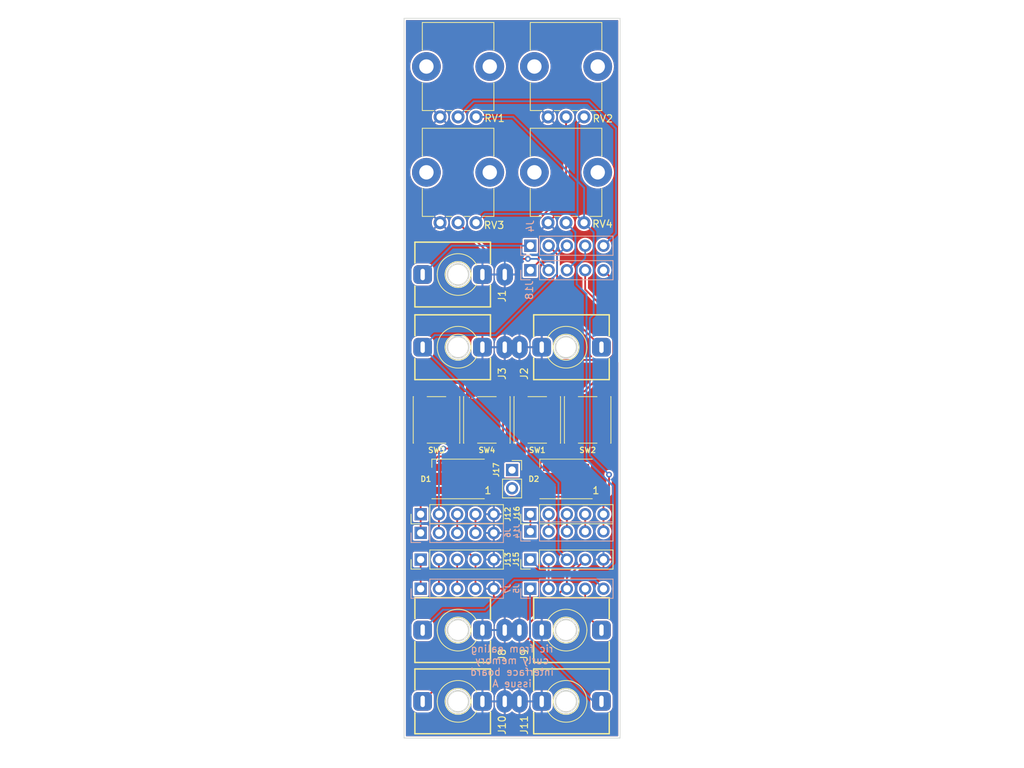
<source format=kicad_pcb>
(kicad_pcb (version 20211014) (generator pcbnew)
  (layers (0 "F.Cu" signal) (31 "B.Cu" signal) (34 "B.Paste" user) (35 "F.Paste" user) (36 "B.SilkS" user "B.Silkscreen") (37 "F.SilkS" user "F.Silkscreen") (38 "B.Mask" user) (39 "F.Mask" user) (44 "Edge.Cuts" user))
  (net 0 "")
  (net 1 "/RST")
  (net 2 "GND")
  (net 3 "+5V")
  (net 4 "+3V3")
  (net 5 "/RES0_W1")
  (net 6 "Net-(D1-Pad2)")
  (net 8 "/DryWet")
  (net 9 "/OUT_3")
  (net 10 "/OUT_2")
  (net 11 "/OUT_1")
  (net 12 "/RES0_B1")
  (net 13 "/IO17")
  (net 14 "/IO21")
  (net 15 "/IO22")
  (net 18 "/LEDS")
  (net 19 "/IN_0")
  (net 20 "/IN_1")
  (net 21 "/IN_2")
  (net 22 "/IN_3")
  (net 23 "/BOOT")
  (net 24 "/PROG_TX")
  (net 25 "/PROG_RX")
  (net 26 "/RES0_A1")
  (net 27 "/OUT_0")
  (net 28 "/SW_0")
  (net 29 "/SW_1")
  (net 30 "/RES_0")
  (net 31 "/RES_1")
  (net 32 "/RES_2")
  (net 33 "/RES_3")
  (footprint "AudioJacks:Jack_3.5mm_QingPu_WQP-PJ398SM_Vertical" (layer "F.Cu") (at 7.5 85 90)
    (fp_text reference "J8" (at -3.4682 6.1144 90) (layer "F.SilkS"))
    (fp_text value "AudioJack2")
    (fp_line (start -4.5 4.5) (end -4.5 -6) (layer "F.SilkS") (width 0.2))
    (fp_line (start -4.5 -6) (end -1.6 -6) (layer "F.SilkS") (width 0.2))
    (fp_line (start 4.5 4.5) (end 4.5 -6) (layer "F.SilkS") (width 0.2))
    (fp_line (start -4.5 4.5) (end -1.5 4.5) (layer "F.SilkS") (width 0.2))
    (fp_line (start 1.6 -6) (end 4.5 -6) (layer "F.SilkS") (width 0.2))
    (fp_line (start 1.5 4.5) (end 4.5 4.5) (layer "F.SilkS") (width 0.2))
    (fp_arc (start -1.296263 2.588577) (mid -2.817353 -0.665994) (end 0 -2.895) (layer "F.SilkS") (width 0.12))
    (fp_arc (start 0 -2.895) (mid 2.817353 -0.665994) (end 1.296263 2.588577) (layer "F.SilkS") (width 0.12))
    (fp_circle (center 0 0) (end -1.8 0) (layer "F.SilkS") (width 0.12) (fill none))
    (pad "S" thru_hole oval locked (at 0 6.48 90) (size 3.1 2.3) (drill oval 1.6 0.6) (layers *.Cu *.Mask) (net 2 "GND"))
    (pad "T" thru_hole roundrect locked (at 0 -4.92 90) (size 2.6 2.6) (drill oval 1.6 0.6) (layers *.Cu *.Mask) (net 27 "/OUT_0"))
    (pad "TN" thru_hole roundrect locked (at 0 3.38 90) (size 2.6 2.6) (drill oval 1.6 0.6) (layers *.Cu *.Mask) (net 2 "GND"))
  )
  (footprint "AudioJacks:Jack_3.5mm_QingPu_WQP-PJ398SM_Vertical" (layer "F.Cu") (at 7.5 94.9 90)
    (fp_text reference "J10" (at -3.2964 6.1144 90) (layer "F.SilkS"))
    (fp_text value "AudioJack2")
    (fp_line (start -4.5 4.5) (end -1.5 4.5) (layer "F.SilkS") (width 0.2))
    (fp_line (start 1.6 -6) (end 4.5 -6) (layer "F.SilkS") (width 0.2))
    (fp_line (start 4.5 4.5) (end 4.5 -6) (layer "F.SilkS") (width 0.2))
    (fp_line (start 1.5 4.5) (end 4.5 4.5) (layer "F.SilkS") (width 0.2))
    (fp_line (start -4.5 -6) (end -1.6 -6) (layer "F.SilkS") (width 0.2))
    (fp_line (start -4.5 4.5) (end -4.5 -6) (layer "F.SilkS") (width 0.2))
    (fp_arc (start -1.296263 2.588577) (mid -2.817353 -0.665994) (end 0 -2.895) (layer "F.SilkS") (width 0.12))
    (fp_arc (start 0 -2.895) (mid 2.817353 -0.665994) (end 1.296263 2.588577) (layer "F.SilkS") (width 0.12))
    (fp_circle (center 0 0) (end -1.8 0) (layer "F.SilkS") (width 0.12) (fill none))
    (pad "S" thru_hole oval locked (at 0 6.48 90) (size 3.1 2.3) (drill oval 1.6 0.6) (layers *.Cu *.Mask) (net 2 "GND"))
    (pad "T" thru_hole roundrect locked (at 0 -4.92 90) (size 2.6 2.6) (drill oval 1.6 0.6) (layers *.Cu *.Mask) (net 10 "/OUT_2"))
    (pad "TN" thru_hole roundrect locked (at 0 3.38 90) (size 2.6 2.6) (drill oval 1.6 0.6) (layers *.Cu *.Mask) (net 2 "GND"))
  )
  (footprint "Button_Switch_SMD:SW_Push_1P1T_NO_6x6mm_H9.5mm" (layer "F.Cu") (at 4.5 55.8 90)
    (fp_text reference "SW3" (at -4.2 0 180) (layer "F.SilkS") (effects (font (size 0.75 0.75))))
    (fp_text value "FSM")
    (fp_line (start -3.23 -3.23) (end 3.23 -3.23) (layer "F.SilkS") (width 0.12))
    (fp_line (start 3.23 -3.23) (end 3.23 -3.2) (layer "F.SilkS") (width 0.12))
    (fp_line (start -3.23 -1.3) (end -3.23 1.3) (layer "F.SilkS") (width 0.12))
    (fp_line (start -3.23 3.23) (end -3.23 3.2) (layer "F.SilkS") (width 0.12))
    (fp_line (start 3.23 -1.3) (end 3.23 1.3) (layer "F.SilkS") (width 0.12))
    (fp_line (start -3.23 -3.2) (end -3.23 -3.23) (layer "F.SilkS") (width 0.12))
    (fp_line (start -3.23 3.23) (end 3.23 3.23) (layer "F.SilkS") (width 0.12))
    (fp_line (start 3.23 3.23) (end 3.23 3.2) (layer "F.SilkS") (width 0.12))
    (pad "1" smd rect locked (at -3.975 2.25 90) (size 1.55 1.3) (layers "F.Cu" "F.Paste" "F.Mask") (net 1 "/RST"))
    (pad "2" smd rect locked (at 3.975 2.25 90) (size 1.55 1.3) (layers "F.Cu" "F.Paste" "F.Mask") (net 1 "/RST"))
    (pad "3" smd rect locked (at -3.975 -2.25 90) (size 1.55 1.3) (layers "F.Cu" "F.Paste" "F.Mask") (net 2 "GND"))
    (pad "4" smd rect locked (at 3.975 -2.25 90) (size 1.55 1.3) (layers "F.Cu" "F.Paste" "F.Mask") (net 2 "GND"))
  )
  (footprint "LED_SMD:LED_WS2812B_PLCC4_5.0x5.0mm_P3.2mm" (layer "F.Cu") (at 7.5 64 180)
    (fp_text reference "D1" (at 4.4774 -0.008) (layer "F.SilkS") (effects (font (size 0.75 0.75))))
    (fp_text value "WS2812B")
    (fp_text user "1" (at -4.15 -1.6) (layer "F.SilkS"))
    (fp_line (start -3.65 -2.75) (end 3.65 -2.75) (layer "F.SilkS") (width 0.12))
    (fp_line (start -3.65 2.75) (end 3.65 2.75) (layer "F.SilkS") (width 0.12))
    (fp_line (start 3.65 2.75) (end 3.65 1.6) (layer "F.SilkS") (width 0.12))
    (pad "1" smd rect locked (at -2.45 -1.6 180) (size 1.5 1) (layers "F.Cu" "F.Paste" "F.Mask") (net 3 "+5V"))
    (pad "2" smd rect locked (at -2.45 1.6 180) (size 1.5 1) (layers "F.Cu" "F.Paste" "F.Mask") (net 6 "Net-(D1-Pad2)"))
    (pad "3" smd rect locked (at 2.45 1.6 180) (size 1.5 1) (layers "F.Cu" "F.Paste" "F.Mask") (net 2 "GND"))
    (pad "4" smd rect locked (at 2.45 -1.6 180) (size 1.5 1) (layers "F.Cu" "F.Paste" "F.Mask") (net 18 "/LEDS"))
  )
  (footprint "AudioJacks:Jack_3.5mm_QingPu_WQP-PJ398SM_Vertical" (layer "F.Cu") (at 7.5 35.6 90)
    (fp_text reference "J1" (at -2.9966 6.1144 90) (layer "F.SilkS"))
    (fp_text value "AudioJack2")
    (fp_line (start -4.5 4.5) (end -1.5 4.5) (layer "F.SilkS") (width 0.2))
    (fp_line (start -4.5 -6) (end -1.6 -6) (layer "F.SilkS") (width 0.2))
    (fp_line (start -4.5 4.5) (end -4.5 -6) (layer "F.SilkS") (width 0.2))
    (fp_line (start 1.6 -6) (end 4.5 -6) (layer "F.SilkS") (width 0.2))
    (fp_line (start 4.5 4.5) (end 4.5 -6) (layer "F.SilkS") (width 0.2))
    (fp_line (start 1.5 4.5) (end 4.5 4.5) (layer "F.SilkS") (width 0.2))
    (fp_arc (start -1.296263 2.588577) (mid -2.817353 -0.665994) (end 0 -2.895) (layer "F.SilkS") (width 0.12))
    (fp_arc (start 0 -2.895) (mid 2.817353 -0.665994) (end 1.296263 2.588577) (layer "F.SilkS") (width 0.12))
    (fp_circle (center 0 0) (end -1.8 0) (layer "F.SilkS") (width 0.12) (fill none))
    (pad "S" thru_hole oval locked (at 0 6.48 90) (size 3.1 2.3) (drill oval 1.6 0.6) (layers *.Cu *.Mask) (net 2 "GND"))
    (pad "T" thru_hole roundrect locked (at 0 -4.92 90) (size 2.6 2.6) (drill oval 1.6 0.6) (layers *.Cu *.Mask) (net 19 "/IN_0"))
    (pad "TN" thru_hole roundrect locked (at 0 3.38 90) (size 2.6 2.6) (drill oval 1.6 0.6) (layers *.Cu *.Mask) (net 2 "GND"))
  )
  (footprint "Button_Switch_SMD:SW_Push_1P1T_NO_6x6mm_H9.5mm" (layer "F.Cu") (at 25.5 55.8 -90)
    (fp_text reference "SW2" (at 4.2 0 180) (layer "F.SilkS") (effects (font (size 0.75 0.75))))
    (fp_text value "FSM")
    (fp_line (start 3.23 3.23) (end 3.23 3.2) (layer "F.SilkS") (width 0.12))
    (fp_line (start 3.23 -3.23) (end 3.23 -3.2) (layer "F.SilkS") (width 0.12))
    (fp_line (start -3.23 -3.2) (end -3.23 -3.23) (layer "F.SilkS") (width 0.12))
    (fp_line (start -3.23 -3.23) (end 3.23 -3.23) (layer "F.SilkS") (width 0.12))
    (fp_line (start -3.23 3.23) (end -3.23 3.2) (layer "F.SilkS") (width 0.12))
    (fp_line (start -3.23 -1.3) (end -3.23 1.3) (layer "F.SilkS") (width 0.12))
    (fp_line (start -3.23 3.23) (end 3.23 3.23) (layer "F.SilkS") (width 0.12))
    (fp_line (start 3.23 -1.3) (end 3.23 1.3) (layer "F.SilkS") (width 0.12))
    (pad "1" smd rect locked (at -3.975 2.25 270) (size 1.55 1.3) (layers "F.Cu" "F.Paste" "F.Mask") (net 29 "/SW_1"))
    (pad "2" smd rect locked (at 3.975 2.25 270) (size 1.55 1.3) (layers "F.Cu" "F.Paste" "F.Mask") (net 29 "/SW_1"))
    (pad "3" smd rect locked (at -3.975 -2.25 270) (size 1.55 1.3) (layers "F.Cu" "F.Paste" "F.Mask") (net 2 "GND"))
    (pad "4" smd rect locked (at 3.975 -2.25 270) (size 1.55 1.3) (layers "F.Cu" "F.Paste" "F.Mask") (net 2 "GND"))
  )
  (footprint "Potentiometer_THT:Potentiometer_Bourns_PTV09A-1_Single_Vertical" (layer "F.Cu") (at 25 13.7 90)
    (fp_text reference "RV2" (at -0.2446 2.6098 180) (layer "F.SilkS"))
    (fp_text value "PTV09A-4225F-B203")
    (fp_line (start 13.12 -7.47) (end 13.12 2.47) (layer "F.SilkS") (width 0.12))
    (fp_line (start 9.255 -7.47) (end 13.12 -7.47) (layer "F.SilkS") (width 0.12))
    (fp_line (start 0.88 -4.129) (end 0.88 -3.37) (layer "F.SilkS") (width 0.12))
    (fp_line (start 0.88 -7.47) (end 4.745 -7.47) (layer "F.SilkS") (width 0.12))
    (fp_line (start 0.88 2.47) (end 4.745 2.47) (layer "F.SilkS") (width 0.12))
    (fp_line (start 0.88 -1.629) (end 0.88 -0.87) (layer "F.SilkS") (width 0.12))
    (fp_line (start 9.255 2.47) (end 13.12 2.47) (layer "F.SilkS") (width 0.12))
    (fp_line (start 0.88 0.87) (end 0.88 2.47) (layer "F.SilkS") (width 0.12))
    (fp_line (start 0.88 -7.47) (end 0.88 -5.871) (layer "F.SilkS") (width 0.12))
    (pad "" np_thru_hole circle locked (at 7 -6.9 90) (size 4 4) (drill 2) (layers *.Cu *.Mask))
    (pad "" np_thru_hole circle locked (at 7 1.9 90) (size 4 4) (drill 2) (layers *.Cu *.Mask))
    (pad "1" thru_hole circle locked (at 0 0 90) (size 1.8 1.8) (drill 1) (layers *.Cu *.Mask) (net 3 "+5V"))
    (pad "2" thru_hole circle locked (at 0 -2.5 90) (size 1.8 1.8) (drill 1) (layers *.Cu *.Mask) (net 31 "/RES_1"))
    (pad "3" thru_hole circle locked (at 0 -5 90) (size 1.8 1.8) (drill 1) (layers *.Cu *.Mask) (net 2 "GND"))
  )
  (footprint "AudioJacks:Jack_3.5mm_QingPu_WQP-PJ398SM_Vertical" (layer "F.Cu") (at 7.5 45.7 90)
    (fp_text reference "J3" (at -3.6776 6.1144 90) (layer "F.SilkS"))
    (fp_text value "AudioJack2")
    (fp_line (start -4.5 4.5) (end -4.5 -6) (layer "F.SilkS") (width 0.2))
    (fp_line (start -4.5 -6) (end -1.6 -6) (layer "F.SilkS") (width 0.2))
    (fp_line (start 1.6 -6) (end 4.5 -6) (layer "F.SilkS") (width 0.2))
    (fp_line (start 4.5 4.5) (end 4.5 -6) (layer "F.SilkS") (width 0.2))
    (fp_line (start 1.5 4.5) (end 4.5 4.5) (layer "F.SilkS") (width 0.2))
    (fp_line (start -4.5 4.5) (end -1.5 4.5) (layer "F.SilkS") (width 0.2))
    (fp_arc (start -1.296263 2.588577) (mid -2.817353 -0.665994) (end 0 -2.895) (layer "F.SilkS") (width 0.12))
    (fp_arc (start 0 -2.895) (mid 2.817353 -0.665994) (end 1.296263 2.588577) (layer "F.SilkS") (width 0.12))
    (fp_circle (center 0 0) (end -1.8 0) (layer "F.SilkS") (width 0.12) (fill none))
    (pad "S" thru_hole oval locked (at 0 6.48 90) (size 3.1 2.3) (drill oval 1.6 0.6) (layers *.Cu *.Mask) (net 2 "GND"))
    (pad "T" thru_hole roundrect locked (at 0 -4.92 90) (size 2.6 2.6) (drill oval 1.6 0.6) (layers *.Cu *.Mask) (net 21 "/IN_2"))
    (pad "TN" thru_hole roundrect locked (at 0 3.38 90) (size 2.6 2.6) (drill oval 1.6 0.6) (layers *.Cu *.Mask) (net 2 "GND"))
  )
  (footprint "Potentiometer_THT:Potentiometer_Bourns_PTV09A-1_Single_Vertical" (layer "F.Cu") (at 10 13.7 90)
    (fp_text reference "RV1" (at -0.1938 2.573 180) (layer "F.SilkS"))
    (fp_text value "PTV09A-4225F-B203")
    (fp_line (start 0.88 -4.129) (end 0.88 -3.37) (layer "F.SilkS") (width 0.12))
    (fp_line (start 0.88 -7.47) (end 4.745 -7.47) (layer "F.SilkS") (width 0.12))
    (fp_line (start 13.12 -7.47) (end 13.12 2.47) (layer "F.SilkS") (width 0.12))
    (fp_line (start 0.88 -1.629) (end 0.88 -0.87) (layer "F.SilkS") (width 0.12))
    (fp_line (start 0.88 0.87) (end 0.88 2.47) (layer "F.SilkS") (width 0.12))
    (fp_line (start 9.255 2.47) (end 13.12 2.47) (layer "F.SilkS") (width 0.12))
    (fp_line (start 0.88 -7.47) (end 0.88 -5.871) (layer "F.SilkS") (width 0.12))
    (fp_line (start 0.88 2.47) (end 4.745 2.47) (layer "F.SilkS") (width 0.12))
    (fp_line (start 9.255 -7.47) (end 13.12 -7.47) (layer "F.SilkS") (width 0.12))
    (pad "" np_thru_hole circle locked (at 7 1.9 90) (size 4 4) (drill 2) (layers *.Cu *.Mask))
    (pad "" np_thru_hole circle locked (at 7 -6.9 90) (size 4 4) (drill 2) (layers *.Cu *.Mask))
    (pad "1" thru_hole circle locked (at 0 0 90) (size 1.8 1.8) (drill 1) (layers *.Cu *.Mask) (net 3 "+5V"))
    (pad "2" thru_hole circle locked (at 0 -2.5 90) (size 1.8 1.8) (drill 1) (layers *.Cu *.Mask) (net 30 "/RES_0"))
    (pad "3" thru_hole circle locked (at 0 -5 90) (size 1.8 1.8) (drill 1) (layers *.Cu *.Mask) (net 2 "GND"))
  )
  (footprint "Connector_PinSocket_2.54mm:PinSocket_1x02_P2.54mm_Vertical" (layer "F.Cu") (at 15 62.758)
    (fp_text reference "J17" (at -2.1984 -0.02 90) (layer "F.SilkS") (effects (font (size 0.75 0.75))))
    (fp_text value "Conn_01x02")
    (fp_line (start 1.33 -1.33) (end 1.33 0) (layer "F.SilkS") (width 0.12))
    (fp_line (start -1.33 1.27) (end -1.33 3.87) (layer "F.SilkS") (width 0.12))
    (fp_line (start 1.33 1.27) (end 1.33 3.87) (layer "F.SilkS") (width 0.12))
    (fp_line (start -1.33 1.27) (end 1.33 1.27) (layer "F.SilkS") (width 0.12))
    (fp_line (start -1.33 3.87) (end 1.33 3.87) (layer "F.SilkS") (width 0.12))
    (fp_line (start 0 -1.33) (end 1.33 -1.33) (layer "F.SilkS") (width 0.12))
    (pad "1" thru_hole rect locked (at 0 0) (size 1.7 1.7) (drill 1) (layers *.Cu *.Mask))
    (pad "2" thru_hole oval locked (at 0 2.54) (size 1.7 1.7) (drill 1) (layers *.Cu *.Mask))
  )
  (footprint "AudioJacks:Jack_3.5mm_QingPu_WQP-PJ398SM_Vertical" (layer "F.Cu") (at 22.5 94.9 -90)
    (fp_text reference "J11" (at 3.2964 5.8122 90) (layer "F.SilkS"))
    (fp_text value "AudioJack2")
    (fp_line (start 1.5 4.5) (end 4.5 4.5) (layer "F.SilkS") (width 0.2))
    (fp_line (start -4.5 4.5) (end -1.5 4.5) (layer "F.SilkS") (width 0.2))
    (fp_line (start -4.5 4.5) (end -4.5 -6) (layer "F.SilkS") (width 0.2))
    (fp_line (start 4.5 4.5) (end 4.5 -6) (layer "F.SilkS") (width 0.2))
    (fp_line (start -4.5 -6) (end -1.6 -6) (layer "F.SilkS") (width 0.2))
    (fp_line (start 1.6 -6) (end 4.5 -6) (layer "F.SilkS") (width 0.2))
    (fp_arc (start -1.296263 2.588577) (mid -2.817353 -0.665994) (end 0 -2.895) (layer "F.SilkS") (width 0.12))
    (fp_arc (start 0 -2.895) (mid 2.817353 -0.665994) (end 1.296263 2.588577) (layer "F.SilkS") (width 0.12))
    (fp_circle (center 0 0) (end -1.8 0) (layer "F.SilkS") (width 0.12) (fill none))
    (pad "S" thru_hole oval locked (at 0 6.48 270) (size 3.1 2.3) (drill oval 1.6 0.6) (layers *.Cu *.Mask) (net 2 "GND"))
    (pad "T" thru_hole roundrect locked (at 0 -4.92 270) (size 2.6 2.6) (drill oval 1.6 0.6) (layers *.Cu *.Mask) (net 8 "/DryWet"))
    (pad "TN" thru_hole roundrect locked (at 0 3.38 270) (size 2.6 2.6) (drill oval 1.6 0.6) (layers *.Cu *.Mask) (net 2 "GND"))
  )
  (footprint "Connector_PinHeader_2.54mm:PinHeader_1x05_P2.54mm_Vertical" (layer "F.Cu") (at 17.54 68.9 90)
    (fp_text reference "J16" (at 0.1168 -1.8936 90) (layer "F.SilkS") (effects (font (size 0.75 0.75))))
    (fp_text value "Conn_01x05")
    (fp_line (start -1.33 1.27) (end 1.33 1.27) (layer "F.SilkS") (width 0.12))
    (fp_line (start -1.33 -1.33) (end 0 -1.33) (layer "F.SilkS") (width 0.12))
    (fp_line (start -1.33 0) (end -1.33 -1.33) (layer "F.SilkS") (width 0.12))
    (fp_line (start -1.33 11.49) (end 1.33 11.49) (layer "F.SilkS") (width 0.12))
    (fp_line (start 1.33 1.27) (end 1.33 11.49) (layer "F.SilkS") (width 0.12))
    (fp_line (start -1.33 1.27) (end -1.33 11.49) (layer "F.SilkS") (width 0.12))
    (pad "1" thru_hole rect locked (at 0 0 90) (size 1.7 1.7) (drill 1) (layers *.Cu *.Mask) (net 13 "/IO17"))
    (pad "2" thru_hole oval locked (at 0 2.54 90) (size 1.7 1.7) (drill 1) (layers *.Cu *.Mask) (net 14 "/IO21"))
    (pad "3" thru_hole oval locked (at 0 5.08 90) (size 1.7 1.7) (drill 1) (layers *.Cu *.Mask) (net 15 "/IO22"))
    (pad "4" thru_hole oval locked (at 0 7.62 90) (size 1.7 1.7) (drill 1) (layers *.Cu *.Mask) (net 4 "+3V3"))
    (pad "5" thru_hole oval locked (at 0 10.16 90) (size 1.7 1.7) (drill 1) (layers *.Cu *.Mask) (net 3 "+5V"))
  )
  (footprint "AudioJacks:Jack_3.5mm_QingPu_WQP-PJ398SM_Vertical" (layer "F.Cu") (at 22.5 45.7 -90)
    (fp_text reference "J2" (at 3.6776 5.8122 90) (layer "F.SilkS"))
    (fp_text value "AudioJack2")
    (fp_line (start 4.5 4.5) (end 4.5 -6) (layer "F.SilkS") (width 0.2))
    (fp_line (start 1.6 -6) (end 4.5 -6) (layer "F.SilkS") (width 0.2))
    (fp_line (start 1.5 4.5) (end 4.5 4.5) (layer "F.SilkS") (width 0.2))
    (fp_line (start -4.5 4.5) (end -1.5 4.5) (layer "F.SilkS") (width 0.2))
    (fp_line (start -4.5 4.5) (end -4.5 -6) (layer "F.SilkS") (width 0.2))
    (fp_line (start -4.5 -6) (end -1.6 -6) (layer "F.SilkS") (width 0.2))
    (fp_arc (start -1.296263 2.588577) (mid -2.817353 -0.665994) (end 0 -2.895) (layer "F.SilkS") (width 0.12))
    (fp_arc (start 0 -2.895) (mid 2.817353 -0.665994) (end 1.296263 2.588577) (layer "F.SilkS") (width 0.12))
    (fp_circle (center 0 0) (end -1.8 0) (layer "F.SilkS") (width 0.12) (fill none))
    (pad "S" thru_hole oval locked (at 0 6.48 270) (size 3.1 2.3) (drill oval 1.6 0.6) (layers *.Cu *.Mask) (net 2 "GND"))
    (pad "T" thru_hole roundrect locked (at 0 -4.92 270) (size 2.6 2.6) (drill oval 1.6 0.6) (layers *.Cu *.Mask) (net 20 "/IN_1"))
    (pad "TN" thru_hole roundrect locked (at 0 3.38 270) (size 2.6 2.6) (drill oval 1.6 0.6) (layers *.Cu *.Mask) (net 2 "GND"))
  )
  (footprint "Potentiometer_THT:Potentiometer_Bourns_PTV09A-1_Single_Vertical" (layer "F.Cu") (at 10 28.4 90)
    (fp_text reference "RV3" (at -0.3528 2.4968 180) (layer "F.SilkS"))
    (fp_text value "PTV09A-4225F-B203")
    (fp_line (start 9.255 -7.47) (end 13.12 -7.47) (layer "F.SilkS") (width 0.12))
    (fp_line (start 13.12 -7.47) (end 13.12 2.47) (layer "F.SilkS") (width 0.12))
    (fp_line (start 9.255 2.47) (end 13.12 2.47) (layer "F.SilkS") (width 0.12))
    (fp_line (start 0.88 -1.629) (end 0.88 -0.87) (layer "F.SilkS") (width 0.12))
    (fp_line (start 0.88 2.47) (end 4.745 2.47) (layer "F.SilkS") (width 0.12))
    (fp_line (start 0.88 -4.129) (end 0.88 -3.37) (layer "F.SilkS") (width 0.12))
    (fp_line (start 0.88 0.87) (end 0.88 2.47) (layer "F.SilkS") (width 0.12))
    (fp_line (start 0.88 -7.47) (end 4.745 -7.47) (layer "F.SilkS") (width 0.12))
    (fp_line (start 0.88 -7.47) (end 0.88 -5.871) (layer "F.SilkS") (width 0.12))
    (pad "" np_thru_hole circle locked (at 7 1.9 90) (size 4 4) (drill 2) (layers *.Cu *.Mask))
    (pad "" np_thru_hole circle locked (at 7 -6.9 90) (size 4 4) (drill 2) (layers *.Cu *.Mask))
    (pad "1" thru_hole circle locked (at 0 0 90) (size 1.8 1.8) (drill 1) (layers *.Cu *.Mask) (net 3 "+5V"))
    (pad "2" thru_hole circle locked (at 0 -2.5 90) (size 1.8 1.8) (drill 1) (layers *.Cu *.Mask) (net 32 "/RES_2"))
    (pad "3" thru_hole circle locked (at 0 -5 90) (size 1.8 1.8) (drill 1) (layers *.Cu *.Mask) (net 2 "GND"))
  )
  (footprint "LED_SMD:LED_WS2812B_PLCC4_5.0x5.0mm_P3.2mm" (layer "F.Cu") (at 22.5 64 180)
    (fp_text reference "D2" (at 4.4774 -0.008) (layer "F.SilkS") (effects (font (size 0.75 0.75))))
    (fp_text value "WS2812B")
    (fp_text user "1" (at -4.15 -1.6) (layer "F.SilkS"))
    (fp_line (start 3.65 2.75) (end 3.65 1.6) (layer "F.SilkS") (width 0.12))
    (fp_line (start -3.65 -2.75) (end 3.65 -2.75) (layer "F.SilkS") (width 0.12))
    (fp_line (start -3.65 2.75) (end 3.65 2.75) (layer "F.SilkS") (width 0.12))
    (pad "1" smd rect locked (at -2.45 -1.6 180) (size 1.5 1) (layers "F.Cu" "F.Paste" "F.Mask") (net 3 "+5V"))
    (pad "2" smd rect locked (at -2.45 1.6 180) (size 1.5 1) (layers "F.Cu" "F.Paste" "F.Mask"))
    (pad "3" smd rect locked (at 2.45 1.6 180) (size 1.5 1) (layers "F.Cu" "F.Paste" "F.Mask") (net 2 "GND"))
    (pad "4" smd rect locked (at 2.45 -1.6 180) (size 1.5 1) (layers "F.Cu" "F.Paste" "F.Mask") (net 6 "Net-(D1-Pad2)"))
  )
  (footprint "Button_Switch_SMD:SW_Push_1P1T_NO_6x6mm_H9.5mm" (layer "F.Cu") (at 11.5 55.8 90)
    (fp_text reference "SW4" (at -4.2 0 180) (layer "F.SilkS") (effects (font (size 0.75 0.75))))
    (fp_text value "FSM")
    (fp_line (start -3.23 3.23) (end 3.23 3.23) (layer "F.SilkS") (width 0.12))
    (fp_line (start -3.23 -1.3) (end -3.23 1.3) (layer "F.SilkS") (width 0.12))
    (fp_line (start -3.23 3.23) (end -3.23 3.2) (layer "F.SilkS") (width 0.12))
    (fp_line (start 3.23 -3.23) (end 3.23 -3.2) (layer "F.SilkS") (width 0.12))
    (fp_line (start -3.23 -3.2) (end -3.23 -3.23) (layer "F.SilkS") (width 0.12))
    (fp_line (start -3.23 -3.23) (end 3.23 -3.23) (layer "F.SilkS") (width 0.12))
    (fp_line (start 3.23 3.23) (end 3.23 3.2) (layer "F.SilkS") (width 0.12))
    (fp_line (start 3.23 -1.3) (end 3.23 1.3) (layer "F.SilkS") (width 0.12))
    (pad "1" smd rect locked (at -3.975 2.25 90) (size 1.55 1.3) (layers "F.Cu" "F.Paste" "F.Mask") (net 23 "/BOOT"))
    (pad "2" smd rect locked (at 3.975 2.25 90) (size 1.55 1.3) (layers "F.Cu" "F.Paste" "F.Mask") (net 23 "/BOOT"))
    (pad "3" smd rect locked (at -3.975 -2.25 90) (size 1.55 1.3) (layers "F.Cu" "F.Paste" "F.Mask") (net 2 "GND"))
    (pad "4" smd rect locked (at 3.975 -2.25 90) (size 1.55 1.3) (layers "F.Cu" "F.Paste" "F.Mask") (net 2 "GND"))
  )
  (footprint "Connector_PinHeader_2.54mm:PinHeader_1x05_P2.54mm_Vertical" (layer "F.Cu") (at 17.54 75.2 90)
    (fp_text reference "J15" (at 0.0414 -1.9952 90) (layer "F.SilkS") (effects (font (size 0.75 0.75))))
    (fp_text value "Conn_01x05")
    (fp_line (start -1.33 11.49) (end 1.33 11.49) (layer "F.SilkS") (width 0.12))
    (fp_line (start -1.33 0) (end -1.33 -1.33) (layer "F.SilkS") (width 0.12))
    (fp_line (start 1.33 1.27) (end 1.33 11.49) (layer "F.SilkS") (width 0.12))
    (fp_line (start -1.33 -1.33) (end 0 -1.33) (layer "F.SilkS") (width 0.12))
    (fp_line (start -1.33 1.27) (end 1.33 1.27) (layer "F.SilkS") (width 0.12))
    (fp_line (start -1.33 1.27) (end -1.33 11.49) (layer "F.SilkS") (width 0.12))
    (pad "1" thru_hole rect locked (at 0 0 90) (size 1.7 1.7) (drill 1) (layers *.Cu *.Mask) (net 22 "/IN_3"))
    (pad "2" thru_hole oval locked (at 0 2.54 90) (size 1.7 1.7) (drill 1) (layers *.Cu *.Mask) (net 9 "/OUT_3"))
    (pad "3" thru_hole oval locked (at 0 5.08 90) (size 1.7 1.7) (drill 1) (layers *.Cu *.Mask) (net 21 "/IN_2"))
    (pad "4" thru_hole oval locked (at 0 7.62 90) (size 1.7 1.7) (drill 1) (layers *.Cu *.Mask) (net 10 "/OUT_2"))
    (pad "5" thru_hole oval locked (at 0 10.16 90) (size 1.7 1.7) (drill 1) (layers *.Cu *.Mask) (net 2 "GND"))
  )
  (footprint "Button_Switch_SMD:SW_Push_1P1T_NO_6x6mm_H9.5mm" (layer "F.Cu") (at 18.5 55.8 -90)
    (fp_text reference "SW1" (at 4.2 0) (layer "F.SilkS") (effects (font (size 0.75 0.75))))
    (fp_text value "FSM")
    (fp_line (start -3.23 -3.23) (end 3.23 -3.23) (layer "F.SilkS") (width 0.12))
    (fp_line (start -3.23 -3.2) (end -3.23 -3.23) (layer "F.SilkS") (width 0.12))
    (fp_line (start -3.23 -1.3) (end -3.23 1.3) (layer "F.SilkS") (width 0.12))
    (fp_line (start 3.23 3.23) (end 3.23 3.2) (layer "F.SilkS") (width 0.12))
    (fp_line (start 3.23 -3.23) (end 3.23 -3.2) (layer "F.SilkS") (width 0.12))
    (fp_line (start -3.23 3.23) (end 3.23 3.23) (layer "F.SilkS") (width 0.12))
    (fp_line (start 3.23 -1.3) (end 3.23 1.3) (layer "F.SilkS") (width 0.12))
    (fp_line (start -3.23 3.23) (end -3.23 3.2) (layer "F.SilkS") (width 0.12))
    (pad "1" smd rect locked (at -3.975 2.25 270) (size 1.55 1.3) (layers "F.Cu" "F.Paste" "F.Mask") (net 28 "/SW_0"))
    (pad "2" smd rect locked (at 3.975 2.25 270) (size 1.55 1.3) (layers "F.Cu" "F.Paste" "F.Mask") (net 28 "/SW_0"))
    (pad "3" smd rect locked (at -3.975 -2.25 270) (size 1.55 1.3) (layers "F.Cu" "F.Paste" "F.Mask") (net 2 "GND"))
    (pad "4" smd rect locked (at 3.975 -2.25 270) (size 1.55 1.3) (layers "F.Cu" "F.Paste" "F.Mask") (net 2 "GND"))
  )
  (footprint "Connector_PinHeader_2.54mm:PinHeader_1x05_P2.54mm_Vertical" (layer "F.Cu") (at 2.3 75.2 90)
    (fp_text reference "J13" (at 0 12.1018 90) (layer "F.SilkS") (effects (font (size 0.75 0.75))))
    (fp_text value "Conn_01x05")
    (fp_line (start -1.33 0) (end -1.33 -1.33) (layer "F.SilkS") (width 0.12))
    (fp_line (start -1.33 11.49) (end 1.33 11.49) (layer "F.SilkS") (width 0.12))
    (fp_line (start 1.33 1.27) (end 1.33 11.49) (layer "F.SilkS") (width 0.12))
    (fp_line (start -1.33 -1.33) (end 0 -1.33) (layer "F.SilkS") (width 0.12))
    (fp_line (start -1.33 1.27) (end -1.33 11.49) (layer "F.SilkS") (width 0.12))
    (fp_line (start -1.33 1.27) (end 1.33 1.27) (layer "F.SilkS") (width 0.12))
    (pad "1" thru_hole rect locked (at 0 0 90) (size 1.7 1.7) (drill 1) (layers *.Cu *.Mask) (net 26 "/RES0_A1"))
    (pad "2" thru_hole oval locked (at 0 2.54 90) (size 1.7 1.7) (drill 1) (layers *.Cu *.Mask) (net 5 "/RES0_W1"))
    (pad "3" thru_hole oval locked (at 0 5.08 90) (size 1.7 1.7) (drill 1) (layers *.Cu *.Mask) (net 12 "/RES0_B1"))
    (pad "4" thru_hole oval locked (at 0 7.62 90) (size 1.7 1.7) (drill 1) (layers *.Cu *.Mask) (net 18 "/LEDS"))
    (pad "5" thru_hole oval locked (at 0 10.16 90) (size 1.7 1.7) (drill 1) (layers *.Cu *.Mask) (net 2 "GND"))
  )
  (footprint "Potentiometer_THT:Potentiometer_Bourns_PTV09A-1_Single_Vertical" (layer "F.Cu") (at 25 28.4 90)
    (fp_text reference "RV4" (at -0.175 2.559 180) (layer "F.SilkS"))
    (fp_text value "PTV09A-4225F-B203")
    (fp_line (start 0.88 2.47) (end 4.745 2.47) (layer "F.SilkS") (width 0.12))
    (fp_line (start 0.88 -7.47) (end 0.88 -5.871) (layer "F.SilkS") (width 0.12))
    (fp_line (start 0.88 -4.129) (end 0.88 -3.37) (layer "F.SilkS") (width 0.12))
    (fp_line (start 0.88 -1.629) (end 0.88 -0.87) (layer "F.SilkS") (width 0.12))
    (fp_line (start 9.255 2.47) (end 13.12 2.47) (layer "F.SilkS") (width 0.12))
    (fp_line (start 0.88 -7.47) (end 4.745 -7.47) (layer "F.SilkS") (width 0.12))
    (fp_line (start 9.255 -7.47) (end 13.12 -7.47) (layer "F.SilkS") (width 0.12))
    (fp_line (start 13.12 -7.47) (end 13.12 2.47) (layer "F.SilkS") (width 0.12))
    (fp_line (start 0.88 0.87) (end 0.88 2.47) (layer "F.SilkS") (width 0.12))
    (pad "" np_thru_hole circle locked (at 7 1.9 90) (size 4 4) (drill 2) (layers *.Cu *.Mask))
    (pad "" np_thru_hole circle locked (at 7 -6.9 90) (size 4 4) (drill 2) (layers *.Cu *.Mask))
    (pad "1" thru_hole circle locked (at 0 0 90) (size 1.8 1.8) (drill 1) (layers *.Cu *.Mask) (net 3 "+5V"))
    (pad "2" thru_hole circle locked (at 0 -2.5 90) (size 1.8 1.8) (drill 1) (layers *.Cu *.Mask) (net 33 "/RES_3"))
    (pad "3" thru_hole circle locked (at 0 -5 90) (size 1.8 1.8) (drill 1) (layers *.Cu *.Mask) (net 2 "GND"))
  )
  (footprint "AudioJacks:Jack_3.5mm_QingPu_WQP-PJ398SM_Vertical" (layer "F.Cu") (at 22.5 85 -90)
    (fp_text reference "J9" (at 3.4682 5.8122 90) (layer "F.SilkS"))
    (fp_text value "AudioJack2")
    (fp_line (start -4.5 -6) (end -1.6 -6) (layer "F.SilkS") (width 0.2))
    (fp_line (start -4.5 4.5) (end -4.5 -6) (layer "F.SilkS") (width 0.2))
    (fp_line (start 4.5 4.5) (end 4.5 -6) (layer "F.SilkS") (width 0.2))
    (fp_line (start 1.5 4.5) (end 4.5 4.5) (layer "F.SilkS") (width 0.2))
    (fp_line (start -4.5 4.5) (end -1.5 4.5) (layer "F.SilkS") (width 0.2))
    (fp_line (start 1.6 -6) (end 4.5 -6) (layer "F.SilkS") (width 0.2))
    (fp_arc (start -1.296263 2.588577) (mid -2.817353 -0.665994) (end 0 -2.895) (layer "F.SilkS") (width 0.12))
    (fp_arc (start 0 -2.895) (mid 2.817353 -0.665994) (end 1.296263 2.588577) (layer "F.SilkS") (width 0.12))
    (fp_circle (center 0 0) (end -1.8 0) (layer "F.SilkS") (width 0.12) (fill none))
    (pad "S" thru_hole oval locked (at 0 6.48 270) (size 3.1 2.3) (drill oval 1.6 0.6) (layers *.Cu *.Mask) (net 2 "GND"))
    (pad "T" thru_hole roundrect locked (at 0 -4.92 270) (size 2.6 2.6) (drill oval 1.6 0.6) (layers *.Cu *.Mask) (net 11 "/OUT_1"))
    (pad "TN" thru_hole roundrect locked (at 0 3.38 270) (size 2.6 2.6) (drill oval 1.6 0.6) (layers *.Cu *.Mask) (net 2 "GND"))
  )
  (footprint "Connector_PinHeader_2.54mm:PinHeader_1x05_P2.54mm_Vertical" (layer "F.Cu") (at 2.3 68.9 90)
    (fp_text reference "J12" (at 0 12.1018 90) (layer "F.SilkS") (effects (font (size 0.75 0.75))))
    (fp_text value "Conn_01x05")
    (fp_line (start -1.33 11.49) (end 1.33 11.49) (layer "F.SilkS") (width 0.12))
    (fp_line (start -1.33 1.27) (end -1.33 11.49) (layer "F.SilkS") (width 0.12))
    (fp_line (start -1.33 1.27) (end 1.33 1.27) (layer "F.SilkS") (width 0.12))
    (fp_line (start -1.33 -1.33) (end 0 -1.33) (layer "F.SilkS") (width 0.12))
    (fp_line (start 1.33 1.27) (end 1.33 11.49) (layer "F.SilkS") (width 0.12))
    (fp_line (start -1.33 0) (end -1.33 -1.33) (layer "F.SilkS") (width 0.12))
    (pad "1" thru_hole rect locked (at 0 0 90) (size 1.7 1.7) (drill 1) (layers *.Cu *.Mask) (net 23 "/BOOT"))
    (pad "2" thru_hole oval locked (at 0 2.54 90) (size 1.7 1.7) (drill 1) (layers *.Cu *.Mask) (net 1 "/RST"))
    (pad "3" thru_hole oval locked (at 0 5.08 90) (size 1.7 1.7) (drill 1) (layers *.Cu *.Mask) (net 24 "/PROG_TX"))
    (pad "4" thru_hole oval locked (at 0 7.62 90) (size 1.7 1.7) (drill 1) (layers *.Cu *.Mask) (net 25 "/PROG_RX"))
    (pad "5" thru_hole oval locked (at 0 10.16 90) (size 1.7 1.7) (drill 1) (layers *.Cu *.Mask) (net 2 "GND"))
  )
  (footprint "Connector_PinSocket_2.54mm:PinSocket_1x05_P2.54mm_Vertical" (layer "B.Cu") (at 17.54 71.3 -90)
    (fp_text reference "J14" (at -0.0276 1.8936 90) (layer "B.SilkS") (effects (font (size 0.75 0.75)) (justify mirror)))
    (fp_text value "Conn_01x05")
    (fp_line (start -1.33 -1.27) (end 1.33 -1.27) (layer "B.SilkS") (width 0.12))
    (fp_line (start 1.33 1.33) (end 1.33 0) (layer "B.SilkS") (width 0.12))
    (fp_line (start -1.33 -11.49) (end 1.33 -11.49) (layer "B.SilkS") (width 0.12))
    (fp_line (start 0 1.33) (end 1.33 1.33) (layer "B.SilkS") (width 0.12))
    (fp_line (start 1.33 -1.27) (end 1.33 -11.49) (layer "B.SilkS") (width 0.12))
    (fp_line (start -1.33 -1.27) (end -1.33 -11.49) (layer "B.SilkS") (width 0.12))
    (pad "1" thru_hole rect locked (at 0 0 270) (size 1.7 1.7) (drill 1) (layers *.Cu *.Mask) (net 13 "/IO17"))
    (pad "2" thru_hole oval locked (at 0 -2.54 270) (size 1.7 1.7) (drill 1) (layers *.Cu *.Mask) (net 14 "/IO21"))
    (pad "3" thru_hole oval locked (at 0 -5.08 270) (size 1.7 1.7) (drill 1) (layers *.Cu *.Mask) (net 15 "/IO22"))
    (pad "4" thru_hole oval locked (at 0 -7.62 270) (size 1.7 1.7) (drill 1) (layers *.Cu *.Mask) (net 4 "+3V3"))
    (pad "5" thru_hole oval locked (at 0 -10.16 270) (size 1.7 1.7) (drill 1) (layers *.Cu *.Mask) (net 3 "+5V"))
  )
  (footprint "Connector_PinSocket_2.54mm:PinSocket_1x05_P2.54mm_Vertical" (layer "B.Cu") (at 2.3 79.25 -90)
    (fp_text reference "J7" (at 0 -12.1018 90) (layer "B.SilkS") (effects (font (size 0.75 0.75)) (justify mirror)))
    (fp_text value "Conn_01x05")
    (fp_line (start 0 1.33) (end 1.33 1.33) (layer "B.SilkS") (width 0.12))
    (fp_line (start -1.33 -11.49) (end 1.33 -11.49) (layer "B.SilkS") (width 0.12))
    (fp_line (start -1.33 -1.27) (end -1.33 -11.49) (layer "B.SilkS") (width 0.12))
    (fp_line (start 1.33 1.33) (end 1.33 0) (layer "B.SilkS") (width 0.12))
    (fp_line (start 1.33 -1.27) (end 1.33 -11.49) (layer "B.SilkS") (width 0.12))
    (fp_line (start -1.33 -1.27) (end 1.33 -1.27) (layer "B.SilkS") (width 0.12))
    (pad "1" thru_hole rect locked (at 0 0 270) (size 1.7 1.7) (drill 1) (layers *.Cu *.Mask) (net 26 "/RES0_A1"))
    (pad "2" thru_hole oval locked (at 0 -2.54 270) (size 1.7 1.7) (drill 1) (layers *.Cu *.Mask) (net 5 "/RES0_W1"))
    (pad "3" thru_hole oval locked (at 0 -5.08 270) (size 1.7 1.7) (drill 1) (layers *.Cu *.Mask) (net 12 "/RES0_B1"))
    (pad "4" thru_hole oval locked (at 0 -7.62 270) (size 1.7 1.7) (drill 1) (layers *.Cu *.Mask) (net 18 "/LEDS"))
    (pad "5" thru_hole oval locked (at 0 -10.16 270) (size 1.7 1.7) (drill 1) (layers *.Cu *.Mask) (net 2 "GND"))
  )
  (footprint "Connector_PinSocket_2.54mm:PinSocket_1x05_P2.54mm_Vertical" (layer "B.Cu") (at 2.3 71.5 -90)
    (fp_text reference "J6" (at 0 -12.1018 90) (layer "B.SilkS") (effects (font (size 0.75 0.75)) (justify mirror)))
    (fp_text value "Conn_01x05")
    (fp_line (start -1.33 -1.27) (end -1.33 -11.49) (layer "B.SilkS") (width 0.12))
    (fp_line (start 1.33 1.33) (end 1.33 0) (layer "B.SilkS") (width 0.12))
    (fp_line (start -1.33 -11.49) (end 1.33 -11.49) (layer "B.SilkS") (width 0.12))
    (fp_line (start -1.33 -1.27) (end 1.33 -1.27) (layer "B.SilkS") (width 0.12))
    (fp_line (start 0 1.33) (end 1.33 1.33) (layer "B.SilkS") (width 0.12))
    (fp_line (start 1.33 -1.27) (end 1.33 -11.49) (layer "B.SilkS") (width 0.12))
    (pad "1" thru_hole rect locked (at 0 0 270) (size 1.7 1.7) (drill 1) (layers *.Cu *.Mask) (net 23 "/BOOT"))
    (pad "2" thru_hole oval locked (at 0 -2.54 270) (size 1.7 1.7) (drill 1) (layers *.Cu *.Mask) (net 1 "/RST"))
    (pad "3" thru_hole oval locked (at 0 -5.08 270) (size 1.7 1.7) (drill 1) (layers *.Cu *.Mask) (net 24 "/PROG_TX"))
    (pad "4" thru_hole oval locked (at 0 -7.62 270) (size 1.7 1.7) (drill 1) (layers *.Cu *.Mask) (net 25 "/PROG_RX"))
    (pad "5" thru_hole oval locked (at 0 -10.16 270) (size 1.7 1.7) (drill 1) (layers *.Cu *.Mask) (net 2 "GND"))
  )
  (footprint "Connector_PinSocket_2.54mm:PinSocket_1x05_P2.54mm_Vertical" (layer "B.Cu") (at 17.54 31.6 -90)
    (fp_text reference "J4" (at -2.7202 0.014 90) (layer "B.SilkS") (effects (justify mirror)))
    (fp_text value "Conn_01x05")
    (fp_line (start -1.33 -1.27) (end -1.33 -11.49) (layer "B.SilkS") (width 0.12))
    (fp_line (start -1.33 -11.49) (end 1.33 -11.49) (layer "B.SilkS") (width 0.12))
    (fp_line (start -1.33 -1.27) (end 1.33 -1.27) (layer "B.SilkS") (width 0.12))
    (fp_line (start 1.33 1.33) (end 1.33 0) (layer "B.SilkS") (width 0.12))
    (fp_line (start 0 1.33) (end 1.33 1.33) (layer "B.SilkS") (width 0.12))
    (fp_line (start 1.33 -1.27) (end 1.33 -11.49) (layer "B.SilkS") (width 0.12))
    (pad "1" thru_hole rect locked (at 0 0 270) (size 1.7 1.7) (drill 1) (layers *.Cu *.Mask) (net 19 "/IN_0"))
    (pad "2" thru_hole oval locked (at 0 -2.54 270) (size 1.7 1.7) (drill 1) (layers *.Cu *.Mask) (net 20 "/IN_1"))
    (pad "3" thru_hole oval locked (at 0 -5.08 270) (size 1.7 1.7) (drill 1) (layers *.Cu *.Mask) (net 21 "/IN_2"))
    (pad "4" thru_hole oval locked (at 0 -7.62 270) (size 1.7 1.7) (drill 1) (layers *.Cu *.Mask) (net 22 "/IN_3"))
    (pad "5" thru_hole oval locked (at 0 -10.16 270) (size 1.7 1.7) (drill 1) (layers *.Cu *.Mask) (net 30 "/RES_0"))
  )
  (footprint "Connector_PinSocket_2.54mm:PinSocket_1x05_P2.54mm_Vertical" (layer "B.Cu") (at 17.54 35 -90)
    (fp_text reference "J18" (at 2.7698 0.141 90) (layer "B.SilkS") (effects (justify mirror)))
    (fp_text value "Conn_01x05")
    (fp_line (start -1.33 -1.27) (end -1.33 -11.49) (layer "B.SilkS") (width 0.12))
    (fp_line (start 0 1.33) (end 1.33 1.33) (layer "B.SilkS") (width 0.12))
    (fp_line (start -1.33 -11.49) (end 1.33 -11.49) (layer "B.SilkS") (width 0.12))
    (fp_line (start 1.33 1.33) (end 1.33 0) (layer "B.SilkS") (width 0.12))
    (fp_line (start 1.33 -1.27) (end 1.33 -11.49) (layer "B.SilkS") (width 0.12))
    (fp_line (start -1.33 -1.27) (end 1.33 -1.27) (layer "B.SilkS") (width 0.12))
    (pad "1" thru_hole rect locked (at 0 0 270) (size 1.7 1.7) (drill 1) (layers *.Cu *.Mask) (net 31 "/RES_1"))
    (pad "2" thru_hole oval locked (at 0 -2.54 270) (size 1.7 1.7) (drill 1) (layers *.Cu *.Mask) (net 32 "/RES_2"))
    (pad "3" thru_hole oval locked (at 0 -5.08 270) (size 1.7 1.7) (drill 1) (layers *.Cu *.Mask) (net 33 "/RES_3"))
    (pad "4" thru_hole oval locked (at 0 -7.62 270) (size 1.7 1.7) (drill 1) (layers *.Cu *.Mask) (net 28 "/SW_0"))
    (pad "5" thru_hole oval locked (at 0 -10.16 270) (size 1.7 1.7) (drill 1) (layers *.Cu *.Mask) (net 29 "/SW_1"))
  )
  (footprint "Connector_PinSocket_2.54mm:PinSocket_1x05_P2.54mm_Vertical" (layer "B.Cu") (at 17.54 79.25 -90)
    (fp_text reference "J5" (at -0.002 1.9444 90) (layer "B.SilkS") (effects (font (size 0.75 0.75)) (justify mirror)))
    (fp_text value "Conn_01x05")
    (fp_line (start -1.33 -1.27) (end 1.33 -1.27) (layer "B.SilkS") (width 0.12))
    (fp_line (start 1.33 -1.27) (end 1.33 -11.49) (layer "B.SilkS") (width 0.12))
    (fp_line (start 1.33 1.33) (end 1.33 0) (layer "B.SilkS") (width 0.12))
    (fp_line (start -1.33 -11.49) (end 1.33 -11.49) (layer "B.SilkS") (width 0.12))
    (fp_line (start 0 1.33) (end 1.33 1.33) (layer "B.SilkS") (width 0.12))
    (fp_line (start -1.33 -1.27) (end -1.33 -11.49) (layer "B.SilkS") (width 0.12))
    (pad "1" thru_hole rect locked (at 0 0 270) (size 1.7 1.7) (drill 1) (layers *.Cu *.Mask) (net 8 "/DryWet"))
    (pad "2" thru_hole oval locked (at 0 -2.54 270) (size 1.7 1.7) (drill 1) (layers *.Cu *.Mask) (net 9 "/OUT_3"))
    (pad "3" thru_hole oval locked (at 0 -5.08 270) (size 1.7 1.7) (drill 1) (layers *.Cu *.Mask) (net 10 "/OUT_2"))
    (pad "4" thru_hole oval locked (at 0 -7.62 270) (size 1.7 1.7) (drill 1) (layers *.Cu *.Mask) (net 11 "/OUT_1"))
    (pad "5" thru_hole oval locked (at 0 -10.16 270) (size 1.7 1.7) (drill 1) (layers *.Cu *.Mask) (net 27 "/OUT_0"))
  )
  (gr_circle (center 22.5 94.9) (end 23.97429 94.9) (layer "Edge.Cuts") (width 0.2) (fill none))
  (gr_line (start 0 0) (end 0 100) (layer "Edge.Cuts") (width 0.1))
  (gr_circle (center 7.5 35.6) (end 8.97429 35.6) (layer "Edge.Cuts") (width 0.2) (fill none))
  (gr_line (start 30 100) (end 30 0) (layer "Edge.Cuts") (width 0.1))
  (gr_circle (center 7.5 94.9) (end 8.97429 94.9) (layer "Edge.Cuts") (width 0.2) (fill none))
  (gr_circle (center 7.5 85) (end 8.97429 85) (layer "Edge.Cuts") (width 0.2) (fill none))
  (gr_circle (center 7.5 45.7) (end 8.97429 45.7) (layer "Edge.Cuts") (width 0.2) (fill none))
  (gr_line (start 0 0) (end 30 0) (layer "Edge.Cuts") (width 0.1))
  (gr_circle (center 22.5 45.7) (end 23.97429 45.7) (layer "Edge.Cuts") (width 0.2) (fill none))
  (gr_line (start 0 100) (end 30 100) (layer "Edge.Cuts") (width 0.1))
  (gr_circle (center 22.5 85) (end 23.97429 85) (layer "Edge.Cuts") (width 0.2) (fill none))
  (gr_text "ric from ealing\ncurly memory\ninterface board\nissue A" (at 15 90.0176) (layer "B.SilkS") (effects (font (size 1 1)) (justify mirror)))
  (segment (start 4.84 71.5) (end 4.84 68.9) (width 0.25) (layer "F.Cu") (net 1))
  (segment (start 5.4776 59.775) (end 5.461 59.7916) (width 0.25) (layer "F.Cu") (net 1))
  (segment (start 6.75 59.775) (end 6.75 51.825) (width 0.25) (layer "F.Cu") (net 1))
  (segment (start 6.75 59.775) (end 5.4776 59.775) (width 0.25) (layer "F.Cu") (net 1))
  (via (at 5.461 59.7916) (size 0.8) (drill 0.4) (layers "F.Cu" "B.Cu") (net 1))
  (segment (start 4.84 60.4126) (end 5.461 59.7916) (width 0.25) (layer "B.Cu") (net 1))
  (segment (start 4.84 68.9) (end 4.84 66.0794) (width 0.25) (layer "B.Cu") (net 1))
  (segment (start 4.84 66.0794) (end 4.84 60.4126) (width 0.25) (layer "B.Cu") (net 1))
  (segment (start 24.95 65.6) (end 26.6364 65.6) (width 0.25) (layer "F.Cu") (net 3))
  (segment (start 27.7 66.6636) (end 27.7 66.788) (width 0.25) (layer "F.Cu") (net 3))
  (segment (start 26.6364 65.6) (end 27.7 66.6636) (width 0.25) (layer "F.Cu") (net 3))
  (segment (start 9.95 65.6) (end 10.822511 66.472511) (width 0.25) (layer "F.Cu") (net 3))
  (segment (start 28.4734 66.0146) (end 27.7 66.788) (width 0.25) (layer "F.Cu") (net 3))
  (segment (start 10.822511 66.472511) (end 24.077489 66.472511) (width 0.25) (layer "F.Cu") (net 3))
  (segment (start 24.077489 66.472511) (end 24.95 65.6) (width 0.25) (layer "F.Cu") (net 3))
  (segment (start 28.4734 63.3984) (end 28.4734 66.0146) (width 0.25) (layer "F.Cu") (net 3))
  (segment (start 27.7 71.3) (end 27.7 68.9) (width 0.25) (layer "F.Cu") (net 3))
  (segment (start 27.7 66.788) (end 27.7 68.9) (width 0.25) (layer "F.Cu") (net 3))
  (via (at 28.4734 63.3984) (size 0.8) (drill 0.4) (layers "F.Cu" "B.Cu") (net 3))
  (segment (start 11.224511 27.175489) (end 10 28.4) (width 0.25) (layer "B.Cu") (net 3))
  (segment (start 26.334511 39.415511) (end 26.334511 40.482311) (width 0.25) (layer "B.Cu") (net 3))
  (segment (start 25 23.5522) (end 15.1478 13.7) (width 0.25) (layer "B.Cu") (net 3))
  (segment (start 26.334511 40.482311) (end 26.334511 41.117311) (width 0.25) (layer "B.Cu") (net 3))
  (segment (start 25 28.4) (end 23.775489 27.175489) (width 0.25) (layer "B.Cu") (net 3))
  (segment (start 25 28.4) (end 26.334511 29.734511) (width 0.25) (layer "B.Cu") (net 3))
  (segment (start 15.1478 13.7) (end 10 13.7) (width 0.25) (layer "B.Cu") (net 3))
  (segment (start 25 28.4) (end 25 23.5522) (width 0.25) (layer "B.Cu") (net 3))
  (segment (start 24.1 27.5) (end 24.1 14.6) (width 0.25) (layer "B.Cu") (net 3))
  (segment (start 25.79548 41.656342) (end 25.79548 60.72048) (width 0.25) (layer "B.Cu") (net 3))
  (segment (start 23.775489 27.175489) (end 11.224511 27.175489) (width 0.25) (layer "B.Cu") (net 3))
  (segment (start 26.334511 29.734511) (end 26.334511 38.882111) (width 0.25) (layer "B.Cu") (net 3))
  (segment (start 25.79548 60.72048) (end 28.4734 63.3984) (width 0.25) (layer "B.Cu") (net 3))
  (segment (start 24.1 14.6) (end 25 13.7) (width 0.25) (layer "B.Cu") (net 3))
  (segment (start 26.334511 38.882111) (end 26.334511 39.415511) (width 0.25) (layer "B.Cu") (net 3))
  (segment (start 25 28.4) (end 24.1 27.5) (width 0.25) (layer "B.Cu") (net 3))
  (segment (start 26.334511 41.117311) (end 25.79548 41.656342) (width 0.25) (layer "B.Cu") (net 3))
  (segment (start 25.16 68.9) (end 25.16 71.3) (width 0.25) (layer "F.Cu") (net 4))
  (segment (start 4.84 79.25) (end 4.84 75.2) (width 0.25) (layer "F.Cu") (net 5))
  (segment (start 18.382511 63.932511) (end 20.05 65.6) (width 0.25) (layer "F.Cu") (net 6))
  (segment (start 9.95 62.4) (end 11.482511 63.932511) (width 0.25) (layer "F.Cu") (net 6))
  (segment (start 11.482511 63.932511) (end 18.382511 63.932511) (width 0.25) (layer "F.Cu") (net 6))
  (segment (start 17.49548 86.10088) (end 26.2946 94.9) (width 0.25) (layer "B.Cu") (net 8))
  (segment (start 26.2946 94.9) (end 27.42 94.9) (width 0.25) (layer "B.Cu") (net 8))
  (segment (start 17.49548 79.29452) (end 17.49548 86.10088) (width 0.25) (layer "B.Cu") (net 8))
  (segment (start 17.54 79.25) (end 17.49548 79.29452) (width 0.25) (layer "B.Cu") (net 8))
  (segment (start 20.08 79.25) (end 20.08 75.2) (width 0.25) (layer "F.Cu") (net 9))
  (segment (start 10.60548 86.87452) (end 2.58 94.9) (width 0.25) (layer "F.Cu") (net 10))
  (segment (start 22.62 77.74) (end 25.16 75.2) (width 0.25) (layer "F.Cu") (net 10))
  (segment (start 22.62 79.25) (end 22.191821 79.25) (width 0.25) (layer "F.Cu") (net 10))
  (segment (start 22.191821 79.25) (end 17.49548 83.946341) (width 0.25) (layer "F.Cu") (net 10))
  (segment (start 17.49548 86.009806) (end 16.630766 86.87452) (width 0.25) (layer "F.Cu") (net 10))
  (segment (start 22.62 79.25) (end 22.62 77.74) (width 0.25) (layer "F.Cu") (net 10))
  (segment (start 17.49548 83.946341) (end 17.49548 86.009806) (width 0.25) (layer "F.Cu") (net 10))
  (segment (start 16.630766 86.87452) (end 10.60548 86.87452) (width 0.25) (layer "F.Cu") (net 10))
  (segment (start 25.16 79.25) (end 25.16 82.74) (width 0.25) (layer "F.Cu") (net 11))
  (segment (start 25.16 82.74) (end 27.42 85) (width 0.25) (layer "F.Cu") (net 11))
  (segment (start 7.38 75.2) (end 7.38 79.25) (width 0.25) (layer "F.Cu") (net 12))
  (segment (start 17.54 71.3) (end 17.54 68.9) (width 0.25) (layer "F.Cu") (net 13))
  (segment (start 20.08 71.3) (end 20.08 68.9) (width 0.25) (layer "F.Cu") (net 14))
  (segment (start 22.62 68.9) (end 22.62 71.3) (width 0.25) (layer "F.Cu") (net 15))
  (segment (start 9.92 75.2) (end 8.745489 74.025489) (width 0.25) (layer "F.Cu") (net 18))
  (segment (start 6.05 65.6) (end 5.05 65.6) (width 0.25) (layer "F.Cu") (net 18))
  (segment (start 8.745489 74.025489) (end 8.745489 68.295489) (width 0.25) (layer "F.Cu") (net 18))
  (segment (start 9.92 75.2) (end 9.92 79.25) (width 0.25) (layer "F.Cu") (net 18))
  (segment (start 8.745489 68.295489) (end 6.05 65.6) (width 0.25) (layer "F.Cu") (net 18))
  (segment (start 6.6168 31.6) (end 17.54 31.6) (width 0.25) (layer "B.Cu") (net 19))
  (segment (start 2.58 35.6368) (end 6.6168 31.6) (width 0.25) (layer "B.Cu") (net 19))
  (segment (start 20.08 31.6) (end 21.254511 32.774511) (width 0.25) (layer "F.Cu") (net 20))
  (segment (start 21.254511 32.774511) (end 21.254511 39.534511) (width 0.25) (layer "F.Cu") (net 20))
  (segment (start 21.254511 39.534511) (end 27.42 45.7) (width 0.25) (layer "F.Cu") (net 20))
  (segment (start 22.62 75.2) (end 21.445489 74.025489) (width 0.25) (layer "B.Cu") (net 21))
  (segment (start 12.72281 44.0182) (end 4.2618 44.0182) (width 0.25) (layer "B.Cu") (net 21))
  (segment (start 21.254511 35.486499) (end 12.72281 44.0182) (width 0.25) (layer "B.Cu") (net 21))
  (segment (start 21.254511 32.965489) (end 21.254511 35.486499) (width 0.25) (layer "B.Cu") (net 21))
  (segment (start 22.62 31.6) (end 21.254511 32.965489) (width 0.25) (layer "B.Cu") (net 21))
  (segment (start 21.445489 64.565489) (end 2.58 45.7) (width 0.25) (layer "B.Cu") (net 21))
  (segment (start 4.2618 44.0182) (end 2.58 45.7) (width 0.25) (layer "B.Cu") (net 21))
  (segment (start 21.445489 74.025489) (end 21.445489 64.565489) (width 0.25) (layer "B.Cu") (net 21))
  (segment (start 29.014489 75.582711) (end 28.222689 76.374511) (width 0.25) (layer "B.Cu") (net 22))
  (segment (start 25.345969 61.295569) (end 29.014489 64.964089) (width 0.25) (layer "B.Cu") (net 22))
  (segment (start 29.014489 64.964089) (end 29.014489 75.582711) (width 0.25) (layer "B.Cu") (net 22))
  (segment (start 25.16 33.33899) (end 23.985489 34.513501) (width 0.25) (layer "B.Cu") (net 22))
  (segment (start 23.985489 34.513501) (end 23.985489 36.964889) (width 0.25) (layer "B.Cu") (net 22))
  (segment (start 23.985489 36.964889) (end 25.345969 38.325369) (width 0.25) (layer "B.Cu") (net 22))
  (segment (start 25.16 31.6) (end 25.16 33.33899) (width 0.25) (layer "B.Cu") (net 22))
  (segment (start 18.714511 76.374511) (end 17.54 75.2) (width 0.25) (layer "B.Cu") (net 22))
  (segment (start 25.345969 38.325369) (end 25.345969 61.295569) (width 0.25) (layer "B.Cu") (net 22))
  (segment (start 28.222689 76.374511) (end 18.714511 76.374511) (width 0.25) (layer "B.Cu") (net 22))
  (segment (start 4.676467 60.874511) (end 12.650489 60.874511) (width 0.25) (layer "F.Cu") (net 23))
  (segment (start 13.75 59.775) (end 13.75 51.825) (width 0.25) (layer "F.Cu") (net 23))
  (segment (start 12.650489 60.874511) (end 13.75 59.775) (width 0.25) (layer "F.Cu") (net 23))
  (segment (start 2.3 71.5) (end 2.3 68.9) (width 0.25) (layer "F.Cu") (net 23))
  (segment (start 2.3 68.9) (end 2.3 63.250978) (width 0.25) (layer "F.Cu") (net 23))
  (segment (start 2.3 63.250978) (end 4.676467 60.874511) (width 0.25) (layer "F.Cu") (net 23))
  (segment (start 7.38 71.5) (end 7.38 68.9) (width 0.25) (layer "F.Cu") (net 24))
  (segment (start 9.92 71.5) (end 9.92 68.9) (width 0.25) (layer "F.Cu") (net 25))
  (segment (start 2.3 79.25) (end 2.3 75.2) (width 0.25) (layer "F.Cu") (net 26))
  (segment (start 26.525489 78.075489) (end 15.320311 78.075489) (width 0.25) (layer "B.Cu") (net 27))
  (segment (start 15.320311 78.075489) (end 11.220204 82.175596) (width 0.25) (layer "B.Cu") (net 27))
  (segment (start 5.404404 82.175596) (end 2.58 85) (width 0.25) (layer "B.Cu") (net 27))
  (segment (start 27.7 79.25) (end 26.525489 78.075489) (width 0.25) (layer "B.Cu") (net 27))
  (segment (start 11.220204 82.175596) (end 5.404404 82.175596) (width 0.25) (layer "B.Cu") (net 27))
  (segment (start 20.6024 47.4726) (end 28.325579 47.4726) (width 0.25) (layer "F.Cu") (net 28))
  (segment (start 28.325579 47.4726) (end 29.04452 46.753659) (width 0.25) (layer "F.Cu") (net 28))
  (segment (start 16.25 51.825) (end 20.6024 47.4726) (width 0.25) (layer "F.Cu") (net 28))
  (segment (start 29.04452 41.567424) (end 25.16 37.682904) (width 0.25) (layer "F.Cu") (net 28))
  (segment (start 16.25 59.775) (end 16.25 51.825) (width 0.25) (layer "F.Cu") (net 28))
  (segment (start 25.16 37.682904) (end 25.16 35) (width 0.25) (layer "F.Cu") (net 28))
  (segment (start 29.04452 46.753659) (end 29.04452 41.567424) (width 0.25) (layer "F.Cu") (net 28))
  (segment (start 23.25 59.775) (end 23.25 51.825) (width 0.25) (layer "F.Cu") (net 29))
  (segment (start 29.494031 47.391769) (end 29.494031 36.794031) (width 0.25) (layer "F.Cu") (net 29))
  (segment (start 23.25 51.825) (end 25.0608 51.825) (width 0.25) (layer "F.Cu") (net 29))
  (segment (start 25.0608 51.825) (end 29.494031 47.391769) (width 0.25) (layer "F.Cu") (net 29))
  (segment (start 29.494031 36.794031) (end 27.7 35) (width 0.25) (layer "F.Cu") (net 29))
  (segment (start 9.6684 11.5316) (end 7.5 13.7) (width 0.25) (layer "B.Cu") (net 30))
  (segment (start 29.4386 15.3162) (end 25.654 11.5316) (width 0.25) (layer "B.Cu") (net 30))
  (segment (start 29.4386 29.8614) (end 29.4386 15.3162) (width 0.25) (layer "B.Cu") (net 30))
  (segment (start 25.654 11.5316) (end 9.6684 11.5316) (width 0.25) (layer "B.Cu") (net 30))
  (segment (start 27.7 31.6) (end 29.4386 29.8614) (width 0.25) (layer "B.Cu") (net 30))
  (segment (start 18.714511 27.953768) (end 18.714511 33.825489) (width 0.25) (layer "F.Cu") (net 31))
  (segment (start 22.5 24.168279) (end 18.714511 27.953768) (width 0.25) (layer "F.Cu") (net 31))
  (segment (start 18.714511 33.825489) (end 17.54 35) (width 0.25) (layer "F.Cu") (net 31))
  (segment (start 22.5 13.7) (end 22.5 24.168279) (width 0.25) (layer "F.Cu") (net 31))
  (segment (start 12.5264 33.4264) (end 7.5 28.4) (width 0.25) (layer "F.Cu") (net 32))
  (segment (start 17.1958 33.4264) (end 12.5264 33.4264) (width 0.25) (layer "F.Cu") (net 32))
  (via (at 17.1958 33.4264) (size 0.8) (drill 0.4) (layers "F.Cu" "B.Cu") (net 32))
  (segment (start 20.08 35) (end 18.5064 33.4264) (width 0.25) (layer "B.Cu") (net 32))
  (segment (start 18.5064 33.4264) (end 17.1958 33.4264) (width 0.25) (layer "B.Cu") (net 32))
  (segment (start 23.794511 33.825489) (end 23.794511 29.694511) (width 0.25) (layer "B.Cu") (net 33))
  (segment (start 23.794511 29.694511) (end 22.5 28.4) (width 0.25) (layer "B.Cu") (net 33))
  (segment (start 22.62 35) (end 23.794511 33.825489) (width 0.25) (layer "B.Cu") (net 33))
  (zone (net 2) (net_name "GND") (layers F&B.Cu) (connect_pads (clearance 0.254)) (min_thickness 0.127) (fill yes (thermal_gap 0.254) (thermal_bridge_width 0.254))
    (polygon (pts (xy 33.02 104.14) (xy -2.54 104.14) (xy -2.54 -2.54) (xy 33.02 -2.54)))
  )
)
</source>
